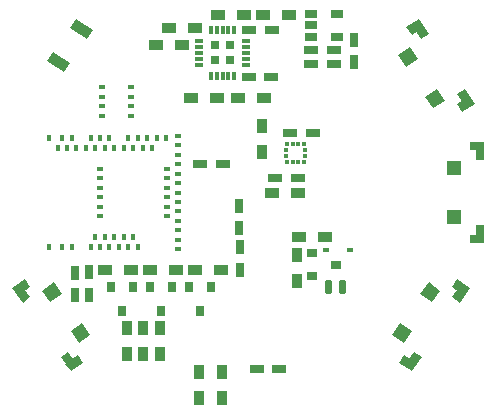
<source format=gbr>
G04 #@! TF.GenerationSoftware,KiCad,Pcbnew,(5.1.6)-1*
G04 #@! TF.CreationDate,2020-05-23T09:23:12-05:00*
G04 #@! TF.ProjectId,nrf,6e72662e-6b69-4636-9164-5f7063625858,rev?*
G04 #@! TF.SameCoordinates,Original*
G04 #@! TF.FileFunction,Paste,Top*
G04 #@! TF.FilePolarity,Positive*
%FSLAX46Y46*%
G04 Gerber Fmt 4.6, Leading zero omitted, Abs format (unit mm)*
G04 Created by KiCad (PCBNEW (5.1.6)-1) date 2020-05-23 09:23:12*
%MOMM*%
%LPD*%
G01*
G04 APERTURE LIST*
%ADD10R,1.200000X0.750000*%
%ADD11R,0.400000X0.600000*%
%ADD12R,0.600000X0.400000*%
%ADD13R,0.600000X0.300000*%
%ADD14R,0.750000X1.200000*%
%ADD15R,0.600000X0.450000*%
%ADD16C,0.100000*%
%ADD17R,1.200000X1.200000*%
%ADD18R,0.800000X1.500000*%
%ADD19R,1.300000X0.800000*%
%ADD20R,0.800000X0.900000*%
%ADD21R,0.900000X0.800000*%
%ADD22R,1.200000X0.900000*%
%ADD23R,0.900000X1.200000*%
%ADD24R,0.300000X0.350000*%
%ADD25R,0.350000X0.300000*%
%ADD26R,0.300000X0.730000*%
%ADD27R,0.730000X0.300000*%
%ADD28R,0.750000X0.750000*%
%ADD29R,1.060000X0.650000*%
G04 APERTURE END LIST*
D10*
X147850000Y-99150000D03*
X145950000Y-99150000D03*
D11*
X123750000Y-114650000D03*
X124850000Y-114650000D03*
X125650000Y-114650000D03*
X127250000Y-114650000D03*
X127650000Y-113750000D03*
X128050000Y-114650000D03*
X128450000Y-113750000D03*
X128850000Y-114650000D03*
X129250000Y-113750000D03*
X129650000Y-114650000D03*
X130050000Y-113750000D03*
X130450000Y-114650000D03*
X130850000Y-113750000D03*
X131250000Y-114650000D03*
D12*
X134650000Y-114800000D03*
X134650000Y-114000000D03*
X134650000Y-113200000D03*
X134650000Y-112400000D03*
X133750000Y-112000000D03*
X134650000Y-111600000D03*
X133750000Y-111200000D03*
X134650000Y-110800000D03*
X133750000Y-110400000D03*
X134650000Y-110000000D03*
X133750000Y-109600000D03*
X134650000Y-109200000D03*
X133750000Y-108800000D03*
X134650000Y-108400000D03*
X133750000Y-108000000D03*
X134650000Y-107600000D03*
X134650000Y-106800000D03*
X134650000Y-106000000D03*
X134650000Y-105200000D03*
D11*
X133650000Y-105350000D03*
X132850000Y-105350000D03*
X132450000Y-106250000D03*
X132050000Y-105350000D03*
X131650000Y-106250000D03*
X131250000Y-105350000D03*
X130850000Y-106250000D03*
X130450000Y-105350000D03*
X130050000Y-106250000D03*
X129250000Y-106250000D03*
X128850000Y-105350000D03*
X128450000Y-106250000D03*
X128050000Y-105350000D03*
X127650000Y-106250000D03*
X127250000Y-105350000D03*
X126850000Y-106250000D03*
X126050000Y-106250000D03*
X125650000Y-105350000D03*
X125250000Y-106250000D03*
X124850000Y-105350000D03*
X124450000Y-106250000D03*
X123750000Y-105350000D03*
D12*
X128050000Y-112000000D03*
X128050000Y-111200000D03*
X128050000Y-110400000D03*
X128050000Y-109600000D03*
X128050000Y-108800000D03*
X128050000Y-108000000D03*
D13*
X130648880Y-101084080D03*
X130648880Y-101884080D03*
X130648880Y-102684080D03*
X130648880Y-103484080D03*
X128248880Y-103484080D03*
X128248880Y-101084080D03*
X128248880Y-101884080D03*
X128248880Y-102684080D03*
D14*
X139900000Y-114650000D03*
X139900000Y-116550000D03*
X125900000Y-118700000D03*
X125900000Y-116800000D03*
D10*
X141300000Y-124950000D03*
X143200000Y-124950000D03*
D14*
X139850000Y-111100000D03*
X139850000Y-113000000D03*
X127100000Y-118650000D03*
X127100000Y-116750000D03*
D10*
X138450000Y-107600000D03*
X136550000Y-107600000D03*
D15*
X149250000Y-114900000D03*
X147150000Y-114900000D03*
D16*
G36*
X153990319Y-96002644D02*
G01*
X155080590Y-95294613D01*
X155516301Y-95965550D01*
X154426030Y-96673581D01*
X153990319Y-96002644D01*
G37*
G36*
X158238503Y-102544275D02*
G01*
X159328774Y-101836244D01*
X159764485Y-102507181D01*
X158674214Y-103215212D01*
X158238503Y-102544275D01*
G37*
G36*
X154409653Y-95730325D02*
G01*
X155080590Y-95294613D01*
X155897549Y-96552619D01*
X155226612Y-96988331D01*
X154409653Y-95730325D01*
G37*
G36*
X158276590Y-101684886D02*
G01*
X158947527Y-101249174D01*
X159764486Y-102507180D01*
X159093549Y-102942892D01*
X158276590Y-101684886D01*
G37*
G36*
X153310200Y-98352099D02*
G01*
X154316605Y-97698532D01*
X154970172Y-98704937D01*
X153963767Y-99358504D01*
X153310200Y-98352099D01*
G37*
G36*
X155597684Y-101874516D02*
G01*
X156604089Y-101220949D01*
X157257656Y-102227354D01*
X156251251Y-102880921D01*
X155597684Y-101874516D01*
G37*
D17*
X158050000Y-112100000D03*
X158050000Y-107900000D03*
D18*
X160200000Y-113550000D03*
X160200000Y-106450000D03*
D19*
X159950000Y-113900000D03*
X159950000Y-106100000D03*
D16*
G36*
X158302549Y-117362930D02*
G01*
X159367446Y-118108580D01*
X158908585Y-118763902D01*
X157843688Y-118018252D01*
X158302549Y-117362930D01*
G37*
G36*
X153828652Y-123752316D02*
G01*
X154893549Y-124497966D01*
X154434688Y-125153288D01*
X153369791Y-124407638D01*
X153828652Y-123752316D01*
G37*
G36*
X158712125Y-117649719D02*
G01*
X159367446Y-118108581D01*
X158507081Y-119337309D01*
X157851760Y-118878447D01*
X158712125Y-117649719D01*
G37*
G36*
X154639732Y-123465698D02*
G01*
X155295053Y-123924560D01*
X154434688Y-125153288D01*
X153779367Y-124694426D01*
X154639732Y-123465698D01*
G37*
G36*
X155869395Y-117612458D02*
G01*
X156852377Y-118300750D01*
X156164085Y-119283732D01*
X155181103Y-118595440D01*
X155869395Y-117612458D01*
G37*
G36*
X153460374Y-121052896D02*
G01*
X154443356Y-121741188D01*
X153755064Y-122724170D01*
X152772082Y-122035878D01*
X153460374Y-121052896D01*
G37*
G36*
G01*
X148450000Y-117400000D02*
X148750000Y-117400000D01*
G75*
G02*
X148900000Y-117550000I0J-150000D01*
G01*
X148900000Y-118450000D01*
G75*
G02*
X148750000Y-118600000I-150000J0D01*
G01*
X148450000Y-118600000D01*
G75*
G02*
X148300000Y-118450000I0J150000D01*
G01*
X148300000Y-117550000D01*
G75*
G02*
X148450000Y-117400000I150000J0D01*
G01*
G37*
G36*
G01*
X147250000Y-117400000D02*
X147550000Y-117400000D01*
G75*
G02*
X147700000Y-117550000I0J-150000D01*
G01*
X147700000Y-118450000D01*
G75*
G02*
X147550000Y-118600000I-150000J0D01*
G01*
X147250000Y-118600000D01*
G75*
G02*
X147100000Y-118450000I0J150000D01*
G01*
X147100000Y-117550000D01*
G75*
G02*
X147250000Y-117400000I150000J0D01*
G01*
G37*
D20*
X134150000Y-118000000D03*
X132250000Y-118000000D03*
X133200000Y-120000000D03*
D21*
X148000000Y-116100000D03*
X146000000Y-117050000D03*
X146000000Y-115150000D03*
D20*
X136500000Y-120000000D03*
X135550000Y-118000000D03*
X137450000Y-118000000D03*
X130850000Y-118000000D03*
X128950000Y-118000000D03*
X129900000Y-120000000D03*
D22*
X144900000Y-113800000D03*
X147100000Y-113800000D03*
X132300000Y-116600000D03*
X134500000Y-116600000D03*
D23*
X131700000Y-123700000D03*
X131700000Y-121500000D03*
D22*
X138300000Y-116600000D03*
X136100000Y-116600000D03*
X128500000Y-116600000D03*
X130700000Y-116600000D03*
D23*
X133100000Y-121500000D03*
X133100000Y-123700000D03*
X130300000Y-123700000D03*
X130300000Y-121500000D03*
X144700000Y-115300000D03*
X144700000Y-117500000D03*
X136400000Y-125200000D03*
X136400000Y-127400000D03*
X138400000Y-127400000D03*
X138400000Y-125200000D03*
D10*
X144800000Y-108800000D03*
X142900000Y-108800000D03*
X144150000Y-105000000D03*
X146050000Y-105000000D03*
D24*
X143850000Y-107425000D03*
X144350000Y-107425000D03*
X144850000Y-107425000D03*
X145350000Y-107425000D03*
D25*
X145375000Y-106900000D03*
X145375000Y-106400000D03*
D24*
X145350000Y-105875000D03*
X144850000Y-105875000D03*
X144350000Y-105875000D03*
X143850000Y-105875000D03*
D25*
X143825000Y-106400000D03*
X143825000Y-106900000D03*
D22*
X142600000Y-110050000D03*
X144800000Y-110050000D03*
D23*
X141750000Y-104400000D03*
X141750000Y-106600000D03*
D10*
X140650000Y-100200000D03*
X142550000Y-100200000D03*
D14*
X149550000Y-98950000D03*
X149550000Y-97050000D03*
D10*
X145950000Y-97950000D03*
X147850000Y-97950000D03*
D22*
X132750000Y-97500000D03*
X134950000Y-97500000D03*
X138050000Y-95000000D03*
X140250000Y-95000000D03*
X141850000Y-95000000D03*
X144050000Y-95000000D03*
X137950000Y-102000000D03*
X135750000Y-102000000D03*
X141900000Y-102000000D03*
X139700000Y-102000000D03*
X133850000Y-96100000D03*
X136050000Y-96100000D03*
D26*
X139425000Y-96210000D03*
X138925000Y-96210000D03*
X138425000Y-96210000D03*
X137925000Y-96210000D03*
X137425000Y-96210000D03*
D27*
X136460000Y-97175000D03*
X136460000Y-97675000D03*
X136460000Y-98175000D03*
X136460000Y-98675000D03*
X136460000Y-99175000D03*
D26*
X137425000Y-100140000D03*
X137925000Y-100140000D03*
X138425000Y-100140000D03*
X138925000Y-100140000D03*
X139425000Y-100140000D03*
D27*
X140390000Y-99175000D03*
X140390000Y-98675000D03*
X140390000Y-98175000D03*
X140390000Y-97675000D03*
X140390000Y-97175000D03*
D28*
X137800000Y-98800000D03*
X139050000Y-98800000D03*
X137800000Y-97550000D03*
X139050000Y-97550000D03*
D29*
X145950000Y-94900000D03*
X145950000Y-95850000D03*
X145950000Y-96800000D03*
X148150000Y-96800000D03*
X148150000Y-94900000D03*
D16*
G36*
X126630209Y-124407638D02*
G01*
X125565312Y-125153288D01*
X125106451Y-124497966D01*
X126171348Y-123752316D01*
X126630209Y-124407638D01*
G37*
G36*
X122156312Y-118018252D02*
G01*
X121091415Y-118763902D01*
X120632554Y-118108580D01*
X121697451Y-117362930D01*
X122156312Y-118018252D01*
G37*
G36*
X126220633Y-124694426D02*
G01*
X125565312Y-125153288D01*
X124704947Y-123924560D01*
X125360268Y-123465698D01*
X126220633Y-124694426D01*
G37*
G36*
X122148240Y-118878447D02*
G01*
X121492919Y-119337309D01*
X120632554Y-118108581D01*
X121287875Y-117649719D01*
X122148240Y-118878447D01*
G37*
G36*
X127227918Y-122035878D02*
G01*
X126244936Y-122724170D01*
X125556644Y-121741188D01*
X126539626Y-121052896D01*
X127227918Y-122035878D01*
G37*
G36*
X124818897Y-118595440D02*
G01*
X123835915Y-119283732D01*
X123147623Y-118300750D01*
X124130605Y-117612458D01*
X124818897Y-118595440D01*
G37*
G36*
X124963090Y-99798716D02*
G01*
X123570531Y-98823636D01*
X124086750Y-98086400D01*
X125479309Y-99061480D01*
X124963090Y-99798716D01*
G37*
G36*
X126913250Y-97013600D02*
G01*
X125520691Y-96038520D01*
X126036910Y-95301284D01*
X127429469Y-96276364D01*
X126913250Y-97013600D01*
G37*
D10*
X140700000Y-96200000D03*
X142600000Y-96200000D03*
M02*

</source>
